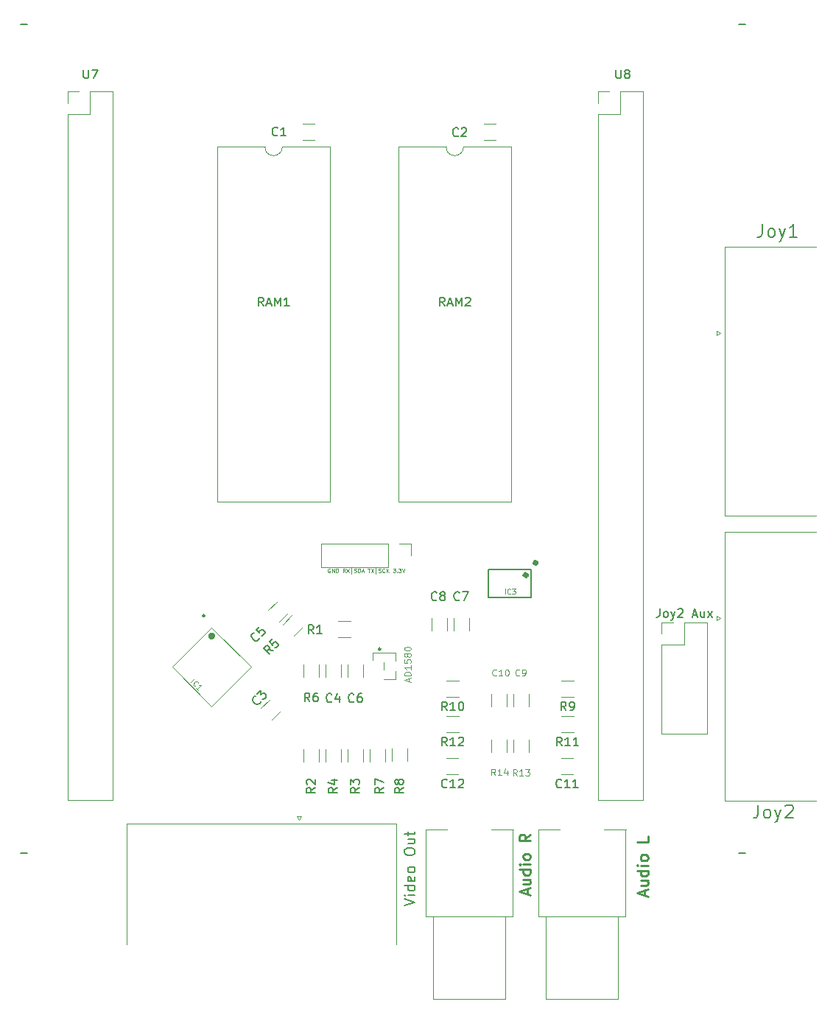
<source format=gbr>
%TF.GenerationSoftware,KiCad,Pcbnew,(5.1.8)-1*%
%TF.CreationDate,2020-12-08T05:09:12+02:00*%
%TF.ProjectId,fpga_hat,66706761-5f68-4617-942e-6b696361645f,rev?*%
%TF.SameCoordinates,Original*%
%TF.FileFunction,Legend,Top*%
%TF.FilePolarity,Positive*%
%FSLAX46Y46*%
G04 Gerber Fmt 4.6, Leading zero omitted, Abs format (unit mm)*
G04 Created by KiCad (PCBNEW (5.1.8)-1) date 2020-12-08 05:09:12*
%MOMM*%
%LPD*%
G01*
G04 APERTURE LIST*
%ADD10C,0.120000*%
%ADD11C,0.150000*%
%ADD12C,0.500000*%
%ADD13C,0.100000*%
%ADD14C,0.250000*%
%ADD15C,0.400000*%
%ADD16C,0.200000*%
%ADD17C,0.112500*%
%ADD18C,0.254000*%
%ADD19C,0.125000*%
G04 APERTURE END LIST*
D10*
%TO.C,Joy2*%
X160882000Y-129737000D02*
X150402000Y-129737000D01*
X150402000Y-129737000D02*
X150402000Y-98767000D01*
X150402000Y-98767000D02*
X160882000Y-98767000D01*
X149507662Y-108962000D02*
X149507662Y-108462000D01*
X149507662Y-108462000D02*
X149940675Y-108712000D01*
X149940675Y-108712000D02*
X149507662Y-108962000D01*
%TO.C,Joy2 Aux*%
X143170000Y-109170000D02*
X144500000Y-109170000D01*
X143170000Y-110500000D02*
X143170000Y-109170000D01*
X145770000Y-109170000D02*
X148370000Y-109170000D01*
X145770000Y-111770000D02*
X145770000Y-109170000D01*
X143170000Y-111770000D02*
X145770000Y-111770000D01*
X148370000Y-109170000D02*
X148370000Y-121990000D01*
X143170000Y-111770000D02*
X143170000Y-121990000D01*
X143170000Y-121990000D02*
X148370000Y-121990000D01*
%TO.C,Video Out*%
X101500000Y-131898675D02*
X101250000Y-131465662D01*
X101750000Y-131465662D02*
X101500000Y-131898675D01*
X101250000Y-131465662D02*
X101750000Y-131465662D01*
X112670000Y-132360000D02*
X112670000Y-146250000D01*
X81700000Y-132360000D02*
X112670000Y-132360000D01*
X81700000Y-146250000D02*
X81700000Y-132360000D01*
%TO.C,U8*%
X135830000Y-129600000D02*
X141030000Y-129600000D01*
X135830000Y-50800000D02*
X135830000Y-129600000D01*
X141030000Y-48200000D02*
X141030000Y-129600000D01*
X135830000Y-50800000D02*
X138430000Y-50800000D01*
X138430000Y-50800000D02*
X138430000Y-48200000D01*
X138430000Y-48200000D02*
X141030000Y-48200000D01*
X135830000Y-49530000D02*
X135830000Y-48200000D01*
X135830000Y-48200000D02*
X137160000Y-48200000D01*
%TO.C,GND RX|SDA TX|SCK 3.3V*%
X104050000Y-100170000D02*
X104050000Y-102830000D01*
X111730000Y-100170000D02*
X104050000Y-100170000D01*
X111730000Y-102830000D02*
X104050000Y-102830000D01*
X111730000Y-100170000D02*
X111730000Y-102830000D01*
X113000000Y-100170000D02*
X114330000Y-100170000D01*
X114330000Y-100170000D02*
X114330000Y-101500000D01*
%TO.C,Joy1*%
X160882000Y-96971000D02*
X150402000Y-96971000D01*
X150402000Y-96971000D02*
X150402000Y-66001000D01*
X150402000Y-66001000D02*
X160882000Y-66001000D01*
X149507662Y-76196000D02*
X149507662Y-75696000D01*
X149507662Y-75696000D02*
X149940675Y-75946000D01*
X149940675Y-75946000D02*
X149507662Y-76196000D01*
D11*
%TO.C,IC3*%
X123280000Y-103142000D02*
X128180000Y-103142000D01*
X123280000Y-106342000D02*
X123280000Y-103142000D01*
X128180000Y-106342000D02*
X123280000Y-106342000D01*
X128180000Y-103142000D02*
X128180000Y-106342000D01*
D12*
X128796421Y-102351000D02*
G75*
G03*
X128796421Y-102351000I-141421J0D01*
G01*
X127676421Y-103764000D02*
G75*
G03*
X127676421Y-103764000I-141421J0D01*
G01*
D13*
%TO.C,Audio R*%
X116850000Y-143000000D02*
X116000000Y-143000000D01*
X116850000Y-143000000D02*
X116850000Y-143000000D01*
X116000000Y-143000000D02*
X116850000Y-143000000D01*
X116000000Y-143000000D02*
X116000000Y-143000000D01*
X116000000Y-133000000D02*
X118460000Y-133000000D01*
X116000000Y-133000000D02*
X116000000Y-133000000D01*
X118460000Y-133000000D02*
X116000000Y-133000000D01*
X118460000Y-133000000D02*
X118460000Y-133000000D01*
X123540000Y-133000000D02*
X126080000Y-133000000D01*
X123540000Y-133000000D02*
X123540000Y-133000000D01*
X126080000Y-133000000D02*
X123540000Y-133000000D01*
X126080000Y-133000000D02*
X126080000Y-133000000D01*
X126000000Y-143000000D02*
X125150000Y-143000000D01*
X126000000Y-143000000D02*
X126000000Y-143000000D01*
X125150000Y-143000000D02*
X126000000Y-143000000D01*
X125150000Y-143000000D02*
X125150000Y-143000000D01*
X116000000Y-133000000D02*
X116000000Y-133000000D01*
X116000000Y-143000000D02*
X116000000Y-133000000D01*
X116000000Y-143000000D02*
X116000000Y-143000000D01*
X116000000Y-133000000D02*
X116000000Y-143000000D01*
X126000000Y-143000000D02*
X126000000Y-143000000D01*
X126000000Y-133000000D02*
X126000000Y-143000000D01*
X126000000Y-133000000D02*
X126000000Y-133000000D01*
X126000000Y-143000000D02*
X126000000Y-133000000D01*
X125150000Y-152500000D02*
X116850000Y-152500000D01*
X125150000Y-143000000D02*
X125150000Y-152500000D01*
X116850000Y-143000000D02*
X125150000Y-143000000D01*
X116850000Y-152500000D02*
X116850000Y-143000000D01*
%TO.C,Audio L*%
X129850000Y-143000000D02*
X129000000Y-143000000D01*
X129850000Y-143000000D02*
X129850000Y-143000000D01*
X129000000Y-143000000D02*
X129850000Y-143000000D01*
X129000000Y-143000000D02*
X129000000Y-143000000D01*
X129000000Y-133000000D02*
X131460000Y-133000000D01*
X129000000Y-133000000D02*
X129000000Y-133000000D01*
X131460000Y-133000000D02*
X129000000Y-133000000D01*
X131460000Y-133000000D02*
X131460000Y-133000000D01*
X136540000Y-133000000D02*
X139080000Y-133000000D01*
X136540000Y-133000000D02*
X136540000Y-133000000D01*
X139080000Y-133000000D02*
X136540000Y-133000000D01*
X139080000Y-133000000D02*
X139080000Y-133000000D01*
X139000000Y-143000000D02*
X138150000Y-143000000D01*
X139000000Y-143000000D02*
X139000000Y-143000000D01*
X138150000Y-143000000D02*
X139000000Y-143000000D01*
X138150000Y-143000000D02*
X138150000Y-143000000D01*
X129000000Y-133000000D02*
X129000000Y-133000000D01*
X129000000Y-143000000D02*
X129000000Y-133000000D01*
X129000000Y-143000000D02*
X129000000Y-143000000D01*
X129000000Y-133000000D02*
X129000000Y-143000000D01*
X139000000Y-143000000D02*
X139000000Y-143000000D01*
X139000000Y-133000000D02*
X139000000Y-143000000D01*
X139000000Y-133000000D02*
X139000000Y-133000000D01*
X139000000Y-143000000D02*
X139000000Y-133000000D01*
X138150000Y-152500000D02*
X129850000Y-152500000D01*
X138150000Y-143000000D02*
X138150000Y-152500000D01*
X129850000Y-143000000D02*
X138150000Y-143000000D01*
X129850000Y-152500000D02*
X129850000Y-143000000D01*
D10*
%TO.C,R14*%
X123550000Y-122690936D02*
X123550000Y-124145064D01*
X125370000Y-122690936D02*
X125370000Y-124145064D01*
%TO.C,R13*%
X126090000Y-122690936D02*
X126090000Y-124145064D01*
X127910000Y-122690936D02*
X127910000Y-124145064D01*
%TO.C,R12*%
X119827064Y-119994000D02*
X118372936Y-119994000D01*
X119827064Y-121814000D02*
X118372936Y-121814000D01*
%TO.C,R11*%
X133035064Y-119994000D02*
X131580936Y-119994000D01*
X133035064Y-121814000D02*
X131580936Y-121814000D01*
%TO.C,R10*%
X119853064Y-115930000D02*
X118398936Y-115930000D01*
X119853064Y-117750000D02*
X118398936Y-117750000D01*
%TO.C,R9*%
X133061064Y-115930000D02*
X131606936Y-115930000D01*
X133061064Y-117750000D02*
X131606936Y-117750000D01*
%TO.C,C12*%
X118376248Y-126640000D02*
X119798752Y-126640000D01*
X118376248Y-124820000D02*
X119798752Y-124820000D01*
%TO.C,C11*%
X131584248Y-126640000D02*
X133006752Y-126640000D01*
X131584248Y-124820000D02*
X133006752Y-124820000D01*
%TO.C,C10*%
X123550000Y-117398748D02*
X123550000Y-118821252D01*
X125370000Y-117398748D02*
X125370000Y-118821252D01*
%TO.C,C9*%
X126090000Y-117437248D02*
X126090000Y-118859752D01*
X127910000Y-117437248D02*
X127910000Y-118859752D01*
%TO.C,C8*%
X116692000Y-108724248D02*
X116692000Y-110146752D01*
X118512000Y-108724248D02*
X118512000Y-110146752D01*
%TO.C,C7*%
X119232000Y-108724248D02*
X119232000Y-110146752D01*
X121052000Y-108724248D02*
X121052000Y-110146752D01*
%TO.C,U7*%
X74870000Y-129600000D02*
X80070000Y-129600000D01*
X74870000Y-50800000D02*
X74870000Y-129600000D01*
X80070000Y-48200000D02*
X80070000Y-129600000D01*
X74870000Y-50800000D02*
X77470000Y-50800000D01*
X77470000Y-50800000D02*
X77470000Y-48200000D01*
X77470000Y-48200000D02*
X80070000Y-48200000D01*
X74870000Y-49530000D02*
X74870000Y-48200000D01*
X74870000Y-48200000D02*
X76200000Y-48200000D01*
%TO.C,C6*%
X108860000Y-115493252D02*
X108860000Y-114070748D01*
X107040000Y-115493252D02*
X107040000Y-114070748D01*
%TO.C,C5*%
X98919464Y-106803602D02*
X97913602Y-107809464D01*
X100206398Y-108090536D02*
X99200536Y-109096398D01*
%TO.C,C4*%
X104500000Y-114070748D02*
X104500000Y-115493252D01*
X106320000Y-114070748D02*
X106320000Y-115493252D01*
%TO.C,C3*%
X98358520Y-120352414D02*
X99364382Y-119346552D01*
X97071586Y-119065480D02*
X98077448Y-118059618D01*
%TO.C,C2*%
X122694248Y-53742000D02*
X124116752Y-53742000D01*
X122694248Y-51922000D02*
X124116752Y-51922000D01*
%TO.C,C1*%
X101866248Y-53742000D02*
X103288752Y-53742000D01*
X101866248Y-51922000D02*
X103288752Y-51922000D01*
%TO.C,R8*%
X112120000Y-123706936D02*
X112120000Y-125161064D01*
X113940000Y-123706936D02*
X113940000Y-125161064D01*
%TO.C,R7*%
X109580000Y-123758936D02*
X109580000Y-125213064D01*
X111400000Y-123758936D02*
X111400000Y-125213064D01*
%TO.C,AD1580*%
X111190000Y-112680000D02*
X112610000Y-112680000D01*
X112610000Y-112680000D02*
X112610000Y-113640000D01*
X112610000Y-114760000D02*
X112610000Y-115720000D01*
X112610000Y-115720000D02*
X111190000Y-115720000D01*
X111190000Y-113810000D02*
X111190000Y-114590000D01*
D14*
X110875000Y-112260000D02*
G75*
G03*
X110875000Y-112260000I-125000J0D01*
G01*
D10*
X111190000Y-112690000D02*
X109940000Y-112690000D01*
X109940000Y-112690000D02*
X109940000Y-113550000D01*
%TO.C,R6*%
X101960000Y-114054936D02*
X101960000Y-115509064D01*
X103780000Y-114054936D02*
X103780000Y-115509064D01*
%TO.C,R5*%
X100887339Y-110711595D02*
X101915563Y-109683371D01*
X99600405Y-109424661D02*
X100628629Y-108396437D01*
%TO.C,R4*%
X106320000Y-125187064D02*
X106320000Y-123732936D01*
X104500000Y-125187064D02*
X104500000Y-123732936D01*
%TO.C,R3*%
X108860000Y-125187064D02*
X108860000Y-123732936D01*
X107040000Y-125187064D02*
X107040000Y-123732936D01*
%TO.C,R2*%
X101960000Y-123732936D02*
X101960000Y-125187064D01*
X103780000Y-123732936D02*
X103780000Y-125187064D01*
%TO.C,R1*%
X107381064Y-109072000D02*
X105926936Y-109072000D01*
X107381064Y-110892000D02*
X105926936Y-110892000D01*
D13*
%TO.C,IC1*%
X86914517Y-114300000D02*
X91440000Y-109774517D01*
X91440000Y-118825483D02*
X86914517Y-114300000D01*
X95965483Y-114300000D02*
X91440000Y-118825483D01*
X91440000Y-109774517D02*
X95965483Y-114300000D01*
D15*
X91639999Y-110764466D02*
G75*
G03*
X91639999Y-110764466I-199999J0D01*
G01*
D14*
X90620761Y-108431014D02*
G75*
G03*
X90620761Y-108431014I-100000J0D01*
G01*
D10*
%TO.C,RAM2*%
X118380000Y-54550000D02*
X112920000Y-54550000D01*
X112920000Y-54550000D02*
X112920000Y-95310000D01*
X112920000Y-95310000D02*
X125840000Y-95310000D01*
X125840000Y-95310000D02*
X125840000Y-54550000D01*
X125840000Y-54550000D02*
X120380000Y-54550000D01*
X120380000Y-54550000D02*
G75*
G02*
X118380000Y-54550000I-1000000J0D01*
G01*
%TO.C,RAM1*%
X97552000Y-54550000D02*
X92092000Y-54550000D01*
X92092000Y-54550000D02*
X92092000Y-95310000D01*
X92092000Y-95310000D02*
X105012000Y-95310000D01*
X105012000Y-95310000D02*
X105012000Y-54550000D01*
X105012000Y-54550000D02*
X99552000Y-54550000D01*
X99552000Y-54550000D02*
G75*
G02*
X97552000Y-54550000I-1000000J0D01*
G01*
%TD*%
%TO.C,Joy2*%
D11*
X154250000Y-130178571D02*
X154250000Y-131250000D01*
X154178571Y-131464285D01*
X154035714Y-131607142D01*
X153821428Y-131678571D01*
X153678571Y-131678571D01*
X155178571Y-131678571D02*
X155035714Y-131607142D01*
X154964285Y-131535714D01*
X154892857Y-131392857D01*
X154892857Y-130964285D01*
X154964285Y-130821428D01*
X155035714Y-130750000D01*
X155178571Y-130678571D01*
X155392857Y-130678571D01*
X155535714Y-130750000D01*
X155607142Y-130821428D01*
X155678571Y-130964285D01*
X155678571Y-131392857D01*
X155607142Y-131535714D01*
X155535714Y-131607142D01*
X155392857Y-131678571D01*
X155178571Y-131678571D01*
X156178571Y-130678571D02*
X156535714Y-131678571D01*
X156892857Y-130678571D02*
X156535714Y-131678571D01*
X156392857Y-132035714D01*
X156321428Y-132107142D01*
X156178571Y-132178571D01*
X157392857Y-130321428D02*
X157464285Y-130250000D01*
X157607142Y-130178571D01*
X157964285Y-130178571D01*
X158107142Y-130250000D01*
X158178571Y-130321428D01*
X158250000Y-130464285D01*
X158250000Y-130607142D01*
X158178571Y-130821428D01*
X157321428Y-131678571D01*
X158250000Y-131678571D01*
%TO.C,Joy2 Aux*%
X142936666Y-107622380D02*
X142936666Y-108336666D01*
X142889047Y-108479523D01*
X142793809Y-108574761D01*
X142650952Y-108622380D01*
X142555714Y-108622380D01*
X143555714Y-108622380D02*
X143460476Y-108574761D01*
X143412857Y-108527142D01*
X143365238Y-108431904D01*
X143365238Y-108146190D01*
X143412857Y-108050952D01*
X143460476Y-108003333D01*
X143555714Y-107955714D01*
X143698571Y-107955714D01*
X143793809Y-108003333D01*
X143841428Y-108050952D01*
X143889047Y-108146190D01*
X143889047Y-108431904D01*
X143841428Y-108527142D01*
X143793809Y-108574761D01*
X143698571Y-108622380D01*
X143555714Y-108622380D01*
X144222380Y-107955714D02*
X144460476Y-108622380D01*
X144698571Y-107955714D02*
X144460476Y-108622380D01*
X144365238Y-108860476D01*
X144317619Y-108908095D01*
X144222380Y-108955714D01*
X145031904Y-107717619D02*
X145079523Y-107670000D01*
X145174761Y-107622380D01*
X145412857Y-107622380D01*
X145508095Y-107670000D01*
X145555714Y-107717619D01*
X145603333Y-107812857D01*
X145603333Y-107908095D01*
X145555714Y-108050952D01*
X144984285Y-108622380D01*
X145603333Y-108622380D01*
X146746190Y-108336666D02*
X147222380Y-108336666D01*
X146650952Y-108622380D02*
X146984285Y-107622380D01*
X147317619Y-108622380D01*
X148079523Y-107955714D02*
X148079523Y-108622380D01*
X147650952Y-107955714D02*
X147650952Y-108479523D01*
X147698571Y-108574761D01*
X147793809Y-108622380D01*
X147936666Y-108622380D01*
X148031904Y-108574761D01*
X148079523Y-108527142D01*
X148460476Y-108622380D02*
X148984285Y-107955714D01*
X148460476Y-107955714D02*
X148984285Y-108622380D01*
%TO.C,Video Out*%
D16*
X113592857Y-141757142D02*
X114792857Y-141357142D01*
X113592857Y-140957142D01*
X114792857Y-140557142D02*
X113992857Y-140557142D01*
X113592857Y-140557142D02*
X113650000Y-140614285D01*
X113707142Y-140557142D01*
X113650000Y-140500000D01*
X113592857Y-140557142D01*
X113707142Y-140557142D01*
X114792857Y-139471428D02*
X113592857Y-139471428D01*
X114735714Y-139471428D02*
X114792857Y-139585714D01*
X114792857Y-139814285D01*
X114735714Y-139928571D01*
X114678571Y-139985714D01*
X114564285Y-140042857D01*
X114221428Y-140042857D01*
X114107142Y-139985714D01*
X114050000Y-139928571D01*
X113992857Y-139814285D01*
X113992857Y-139585714D01*
X114050000Y-139471428D01*
X114735714Y-138442857D02*
X114792857Y-138557142D01*
X114792857Y-138785714D01*
X114735714Y-138900000D01*
X114621428Y-138957142D01*
X114164285Y-138957142D01*
X114050000Y-138900000D01*
X113992857Y-138785714D01*
X113992857Y-138557142D01*
X114050000Y-138442857D01*
X114164285Y-138385714D01*
X114278571Y-138385714D01*
X114392857Y-138957142D01*
X114792857Y-137700000D02*
X114735714Y-137814285D01*
X114678571Y-137871428D01*
X114564285Y-137928571D01*
X114221428Y-137928571D01*
X114107142Y-137871428D01*
X114050000Y-137814285D01*
X113992857Y-137700000D01*
X113992857Y-137528571D01*
X114050000Y-137414285D01*
X114107142Y-137357142D01*
X114221428Y-137300000D01*
X114564285Y-137300000D01*
X114678571Y-137357142D01*
X114735714Y-137414285D01*
X114792857Y-137528571D01*
X114792857Y-137700000D01*
X113592857Y-135642857D02*
X113592857Y-135414285D01*
X113650000Y-135300000D01*
X113764285Y-135185714D01*
X113992857Y-135128571D01*
X114392857Y-135128571D01*
X114621428Y-135185714D01*
X114735714Y-135300000D01*
X114792857Y-135414285D01*
X114792857Y-135642857D01*
X114735714Y-135757142D01*
X114621428Y-135871428D01*
X114392857Y-135928571D01*
X113992857Y-135928571D01*
X113764285Y-135871428D01*
X113650000Y-135757142D01*
X113592857Y-135642857D01*
X113992857Y-134100000D02*
X114792857Y-134100000D01*
X113992857Y-134614285D02*
X114621428Y-134614285D01*
X114735714Y-134557142D01*
X114792857Y-134442857D01*
X114792857Y-134271428D01*
X114735714Y-134157142D01*
X114678571Y-134100000D01*
X113992857Y-133700000D02*
X113992857Y-133242857D01*
X113592857Y-133528571D02*
X114621428Y-133528571D01*
X114735714Y-133471428D01*
X114792857Y-133357142D01*
X114792857Y-133242857D01*
%TO.C,_*%
D11*
X152019047Y-135747619D02*
X152780952Y-135747619D01*
X69469047Y-135747619D02*
X70230952Y-135747619D01*
X69469047Y-40497619D02*
X70230952Y-40497619D01*
X152019047Y-40497619D02*
X152780952Y-40497619D01*
%TO.C,U8*%
X137922095Y-45680380D02*
X137922095Y-46489904D01*
X137969714Y-46585142D01*
X138017333Y-46632761D01*
X138112571Y-46680380D01*
X138303047Y-46680380D01*
X138398285Y-46632761D01*
X138445904Y-46585142D01*
X138493523Y-46489904D01*
X138493523Y-45680380D01*
X139112571Y-46108952D02*
X139017333Y-46061333D01*
X138969714Y-46013714D01*
X138922095Y-45918476D01*
X138922095Y-45870857D01*
X138969714Y-45775619D01*
X139017333Y-45728000D01*
X139112571Y-45680380D01*
X139303047Y-45680380D01*
X139398285Y-45728000D01*
X139445904Y-45775619D01*
X139493523Y-45870857D01*
X139493523Y-45918476D01*
X139445904Y-46013714D01*
X139398285Y-46061333D01*
X139303047Y-46108952D01*
X139112571Y-46108952D01*
X139017333Y-46156571D01*
X138969714Y-46204190D01*
X138922095Y-46299428D01*
X138922095Y-46489904D01*
X138969714Y-46585142D01*
X139017333Y-46632761D01*
X139112571Y-46680380D01*
X139303047Y-46680380D01*
X139398285Y-46632761D01*
X139445904Y-46585142D01*
X139493523Y-46489904D01*
X139493523Y-46299428D01*
X139445904Y-46204190D01*
X139398285Y-46156571D01*
X139303047Y-46108952D01*
%TO.C,GND RX|SDA TX|SCK 3.3V*%
D17*
X105054285Y-103025000D02*
X105011428Y-103003571D01*
X104947142Y-103003571D01*
X104882857Y-103025000D01*
X104840000Y-103067857D01*
X104818571Y-103110714D01*
X104797142Y-103196428D01*
X104797142Y-103260714D01*
X104818571Y-103346428D01*
X104840000Y-103389285D01*
X104882857Y-103432142D01*
X104947142Y-103453571D01*
X104990000Y-103453571D01*
X105054285Y-103432142D01*
X105075714Y-103410714D01*
X105075714Y-103260714D01*
X104990000Y-103260714D01*
X105268571Y-103453571D02*
X105268571Y-103003571D01*
X105525714Y-103453571D01*
X105525714Y-103003571D01*
X105740000Y-103453571D02*
X105740000Y-103003571D01*
X105847142Y-103003571D01*
X105911428Y-103025000D01*
X105954285Y-103067857D01*
X105975714Y-103110714D01*
X105997142Y-103196428D01*
X105997142Y-103260714D01*
X105975714Y-103346428D01*
X105954285Y-103389285D01*
X105911428Y-103432142D01*
X105847142Y-103453571D01*
X105740000Y-103453571D01*
X106790000Y-103453571D02*
X106640000Y-103239285D01*
X106532857Y-103453571D02*
X106532857Y-103003571D01*
X106704285Y-103003571D01*
X106747142Y-103025000D01*
X106768571Y-103046428D01*
X106790000Y-103089285D01*
X106790000Y-103153571D01*
X106768571Y-103196428D01*
X106747142Y-103217857D01*
X106704285Y-103239285D01*
X106532857Y-103239285D01*
X106940000Y-103003571D02*
X107240000Y-103453571D01*
X107240000Y-103003571D02*
X106940000Y-103453571D01*
X107518571Y-103603571D02*
X107518571Y-102960714D01*
X107818571Y-103432142D02*
X107882857Y-103453571D01*
X107990000Y-103453571D01*
X108032857Y-103432142D01*
X108054285Y-103410714D01*
X108075714Y-103367857D01*
X108075714Y-103325000D01*
X108054285Y-103282142D01*
X108032857Y-103260714D01*
X107990000Y-103239285D01*
X107904285Y-103217857D01*
X107861428Y-103196428D01*
X107840000Y-103175000D01*
X107818571Y-103132142D01*
X107818571Y-103089285D01*
X107840000Y-103046428D01*
X107861428Y-103025000D01*
X107904285Y-103003571D01*
X108011428Y-103003571D01*
X108075714Y-103025000D01*
X108268571Y-103453571D02*
X108268571Y-103003571D01*
X108375714Y-103003571D01*
X108440000Y-103025000D01*
X108482857Y-103067857D01*
X108504285Y-103110714D01*
X108525714Y-103196428D01*
X108525714Y-103260714D01*
X108504285Y-103346428D01*
X108482857Y-103389285D01*
X108440000Y-103432142D01*
X108375714Y-103453571D01*
X108268571Y-103453571D01*
X108697142Y-103325000D02*
X108911428Y-103325000D01*
X108654285Y-103453571D02*
X108804285Y-103003571D01*
X108954285Y-103453571D01*
X109382857Y-103003571D02*
X109640000Y-103003571D01*
X109511428Y-103453571D02*
X109511428Y-103003571D01*
X109747142Y-103003571D02*
X110047142Y-103453571D01*
X110047142Y-103003571D02*
X109747142Y-103453571D01*
X110325714Y-103603571D02*
X110325714Y-102960714D01*
X110625714Y-103432142D02*
X110690000Y-103453571D01*
X110797142Y-103453571D01*
X110840000Y-103432142D01*
X110861428Y-103410714D01*
X110882857Y-103367857D01*
X110882857Y-103325000D01*
X110861428Y-103282142D01*
X110840000Y-103260714D01*
X110797142Y-103239285D01*
X110711428Y-103217857D01*
X110668571Y-103196428D01*
X110647142Y-103175000D01*
X110625714Y-103132142D01*
X110625714Y-103089285D01*
X110647142Y-103046428D01*
X110668571Y-103025000D01*
X110711428Y-103003571D01*
X110818571Y-103003571D01*
X110882857Y-103025000D01*
X111332857Y-103410714D02*
X111311428Y-103432142D01*
X111247142Y-103453571D01*
X111204285Y-103453571D01*
X111140000Y-103432142D01*
X111097142Y-103389285D01*
X111075714Y-103346428D01*
X111054285Y-103260714D01*
X111054285Y-103196428D01*
X111075714Y-103110714D01*
X111097142Y-103067857D01*
X111140000Y-103025000D01*
X111204285Y-103003571D01*
X111247142Y-103003571D01*
X111311428Y-103025000D01*
X111332857Y-103046428D01*
X111525714Y-103453571D02*
X111525714Y-103003571D01*
X111782857Y-103453571D02*
X111590000Y-103196428D01*
X111782857Y-103003571D02*
X111525714Y-103260714D01*
X112275714Y-103003571D02*
X112554285Y-103003571D01*
X112404285Y-103175000D01*
X112468571Y-103175000D01*
X112511428Y-103196428D01*
X112532857Y-103217857D01*
X112554285Y-103260714D01*
X112554285Y-103367857D01*
X112532857Y-103410714D01*
X112511428Y-103432142D01*
X112468571Y-103453571D01*
X112340000Y-103453571D01*
X112297142Y-103432142D01*
X112275714Y-103410714D01*
X112747142Y-103410714D02*
X112768571Y-103432142D01*
X112747142Y-103453571D01*
X112725714Y-103432142D01*
X112747142Y-103410714D01*
X112747142Y-103453571D01*
X112918571Y-103003571D02*
X113197142Y-103003571D01*
X113047142Y-103175000D01*
X113111428Y-103175000D01*
X113154285Y-103196428D01*
X113175714Y-103217857D01*
X113197142Y-103260714D01*
X113197142Y-103367857D01*
X113175714Y-103410714D01*
X113154285Y-103432142D01*
X113111428Y-103453571D01*
X112982857Y-103453571D01*
X112940000Y-103432142D01*
X112918571Y-103410714D01*
X113325714Y-103003571D02*
X113475714Y-103453571D01*
X113625714Y-103003571D01*
%TO.C,Joy1*%
D11*
X154750000Y-63428571D02*
X154750000Y-64500000D01*
X154678571Y-64714285D01*
X154535714Y-64857142D01*
X154321428Y-64928571D01*
X154178571Y-64928571D01*
X155678571Y-64928571D02*
X155535714Y-64857142D01*
X155464285Y-64785714D01*
X155392857Y-64642857D01*
X155392857Y-64214285D01*
X155464285Y-64071428D01*
X155535714Y-64000000D01*
X155678571Y-63928571D01*
X155892857Y-63928571D01*
X156035714Y-64000000D01*
X156107142Y-64071428D01*
X156178571Y-64214285D01*
X156178571Y-64642857D01*
X156107142Y-64785714D01*
X156035714Y-64857142D01*
X155892857Y-64928571D01*
X155678571Y-64928571D01*
X156678571Y-63928571D02*
X157035714Y-64928571D01*
X157392857Y-63928571D02*
X157035714Y-64928571D01*
X156892857Y-65285714D01*
X156821428Y-65357142D01*
X156678571Y-65428571D01*
X158750000Y-64928571D02*
X157892857Y-64928571D01*
X158321428Y-64928571D02*
X158321428Y-63428571D01*
X158178571Y-63642857D01*
X158035714Y-63785714D01*
X157892857Y-63857142D01*
%TO.C,IC3*%
D13*
X125144285Y-105935428D02*
X125144285Y-105335428D01*
X125772857Y-105878285D02*
X125744285Y-105906857D01*
X125658571Y-105935428D01*
X125601428Y-105935428D01*
X125515714Y-105906857D01*
X125458571Y-105849714D01*
X125430000Y-105792571D01*
X125401428Y-105678285D01*
X125401428Y-105592571D01*
X125430000Y-105478285D01*
X125458571Y-105421142D01*
X125515714Y-105364000D01*
X125601428Y-105335428D01*
X125658571Y-105335428D01*
X125744285Y-105364000D01*
X125772857Y-105392571D01*
X125972857Y-105335428D02*
X126344285Y-105335428D01*
X126144285Y-105564000D01*
X126230000Y-105564000D01*
X126287142Y-105592571D01*
X126315714Y-105621142D01*
X126344285Y-105678285D01*
X126344285Y-105821142D01*
X126315714Y-105878285D01*
X126287142Y-105906857D01*
X126230000Y-105935428D01*
X126058571Y-105935428D01*
X126001428Y-105906857D01*
X125972857Y-105878285D01*
%TO.C,Audio R*%
D18*
X127711666Y-140447142D02*
X127711666Y-139842380D01*
X128074523Y-140568095D02*
X126804523Y-140144761D01*
X128074523Y-139721428D01*
X127227857Y-138753809D02*
X128074523Y-138753809D01*
X127227857Y-139298095D02*
X127893095Y-139298095D01*
X128014047Y-139237619D01*
X128074523Y-139116666D01*
X128074523Y-138935238D01*
X128014047Y-138814285D01*
X127953571Y-138753809D01*
X128074523Y-137604761D02*
X126804523Y-137604761D01*
X128014047Y-137604761D02*
X128074523Y-137725714D01*
X128074523Y-137967619D01*
X128014047Y-138088571D01*
X127953571Y-138149047D01*
X127832619Y-138209523D01*
X127469761Y-138209523D01*
X127348809Y-138149047D01*
X127288333Y-138088571D01*
X127227857Y-137967619D01*
X127227857Y-137725714D01*
X127288333Y-137604761D01*
X128074523Y-137000000D02*
X127227857Y-137000000D01*
X126804523Y-137000000D02*
X126865000Y-137060476D01*
X126925476Y-137000000D01*
X126865000Y-136939523D01*
X126804523Y-137000000D01*
X126925476Y-137000000D01*
X128074523Y-136213809D02*
X128014047Y-136334761D01*
X127953571Y-136395238D01*
X127832619Y-136455714D01*
X127469761Y-136455714D01*
X127348809Y-136395238D01*
X127288333Y-136334761D01*
X127227857Y-136213809D01*
X127227857Y-136032380D01*
X127288333Y-135911428D01*
X127348809Y-135850952D01*
X127469761Y-135790476D01*
X127832619Y-135790476D01*
X127953571Y-135850952D01*
X128014047Y-135911428D01*
X128074523Y-136032380D01*
X128074523Y-136213809D01*
X128074523Y-133552857D02*
X127469761Y-133976190D01*
X128074523Y-134278571D02*
X126804523Y-134278571D01*
X126804523Y-133794761D01*
X126865000Y-133673809D01*
X126925476Y-133613333D01*
X127046428Y-133552857D01*
X127227857Y-133552857D01*
X127348809Y-133613333D01*
X127409285Y-133673809D01*
X127469761Y-133794761D01*
X127469761Y-134278571D01*
%TO.C,Audio L*%
X141211666Y-140576190D02*
X141211666Y-139971428D01*
X141574523Y-140697142D02*
X140304523Y-140273809D01*
X141574523Y-139850476D01*
X140727857Y-138882857D02*
X141574523Y-138882857D01*
X140727857Y-139427142D02*
X141393095Y-139427142D01*
X141514047Y-139366666D01*
X141574523Y-139245714D01*
X141574523Y-139064285D01*
X141514047Y-138943333D01*
X141453571Y-138882857D01*
X141574523Y-137733809D02*
X140304523Y-137733809D01*
X141514047Y-137733809D02*
X141574523Y-137854761D01*
X141574523Y-138096666D01*
X141514047Y-138217619D01*
X141453571Y-138278095D01*
X141332619Y-138338571D01*
X140969761Y-138338571D01*
X140848809Y-138278095D01*
X140788333Y-138217619D01*
X140727857Y-138096666D01*
X140727857Y-137854761D01*
X140788333Y-137733809D01*
X141574523Y-137129047D02*
X140727857Y-137129047D01*
X140304523Y-137129047D02*
X140365000Y-137189523D01*
X140425476Y-137129047D01*
X140365000Y-137068571D01*
X140304523Y-137129047D01*
X140425476Y-137129047D01*
X141574523Y-136342857D02*
X141514047Y-136463809D01*
X141453571Y-136524285D01*
X141332619Y-136584761D01*
X140969761Y-136584761D01*
X140848809Y-136524285D01*
X140788333Y-136463809D01*
X140727857Y-136342857D01*
X140727857Y-136161428D01*
X140788333Y-136040476D01*
X140848809Y-135980000D01*
X140969761Y-135919523D01*
X141332619Y-135919523D01*
X141453571Y-135980000D01*
X141514047Y-136040476D01*
X141574523Y-136161428D01*
X141574523Y-136342857D01*
X141574523Y-133802857D02*
X141574523Y-134407619D01*
X140304523Y-134407619D01*
%TO.C,R14*%
D19*
X124041357Y-126767785D02*
X123791357Y-126410642D01*
X123612785Y-126767785D02*
X123612785Y-126017785D01*
X123898500Y-126017785D01*
X123969928Y-126053500D01*
X124005642Y-126089214D01*
X124041357Y-126160642D01*
X124041357Y-126267785D01*
X124005642Y-126339214D01*
X123969928Y-126374928D01*
X123898500Y-126410642D01*
X123612785Y-126410642D01*
X124755642Y-126767785D02*
X124327071Y-126767785D01*
X124541357Y-126767785D02*
X124541357Y-126017785D01*
X124469928Y-126124928D01*
X124398500Y-126196357D01*
X124327071Y-126232071D01*
X125398500Y-126267785D02*
X125398500Y-126767785D01*
X125219928Y-125982071D02*
X125041357Y-126517785D01*
X125505642Y-126517785D01*
%TO.C,R13*%
X126517857Y-126831285D02*
X126267857Y-126474142D01*
X126089285Y-126831285D02*
X126089285Y-126081285D01*
X126375000Y-126081285D01*
X126446428Y-126117000D01*
X126482142Y-126152714D01*
X126517857Y-126224142D01*
X126517857Y-126331285D01*
X126482142Y-126402714D01*
X126446428Y-126438428D01*
X126375000Y-126474142D01*
X126089285Y-126474142D01*
X127232142Y-126831285D02*
X126803571Y-126831285D01*
X127017857Y-126831285D02*
X127017857Y-126081285D01*
X126946428Y-126188428D01*
X126875000Y-126259857D01*
X126803571Y-126295571D01*
X127482142Y-126081285D02*
X127946428Y-126081285D01*
X127696428Y-126367000D01*
X127803571Y-126367000D01*
X127875000Y-126402714D01*
X127910714Y-126438428D01*
X127946428Y-126509857D01*
X127946428Y-126688428D01*
X127910714Y-126759857D01*
X127875000Y-126795571D01*
X127803571Y-126831285D01*
X127589285Y-126831285D01*
X127517857Y-126795571D01*
X127482142Y-126759857D01*
%TO.C,R12*%
D11*
X118483142Y-123388380D02*
X118149809Y-122912190D01*
X117911714Y-123388380D02*
X117911714Y-122388380D01*
X118292666Y-122388380D01*
X118387904Y-122436000D01*
X118435523Y-122483619D01*
X118483142Y-122578857D01*
X118483142Y-122721714D01*
X118435523Y-122816952D01*
X118387904Y-122864571D01*
X118292666Y-122912190D01*
X117911714Y-122912190D01*
X119435523Y-123388380D02*
X118864095Y-123388380D01*
X119149809Y-123388380D02*
X119149809Y-122388380D01*
X119054571Y-122531238D01*
X118959333Y-122626476D01*
X118864095Y-122674095D01*
X119816476Y-122483619D02*
X119864095Y-122436000D01*
X119959333Y-122388380D01*
X120197428Y-122388380D01*
X120292666Y-122436000D01*
X120340285Y-122483619D01*
X120387904Y-122578857D01*
X120387904Y-122674095D01*
X120340285Y-122816952D01*
X119768857Y-123388380D01*
X120387904Y-123388380D01*
%TO.C,R11*%
X131691142Y-123388380D02*
X131357809Y-122912190D01*
X131119714Y-123388380D02*
X131119714Y-122388380D01*
X131500666Y-122388380D01*
X131595904Y-122436000D01*
X131643523Y-122483619D01*
X131691142Y-122578857D01*
X131691142Y-122721714D01*
X131643523Y-122816952D01*
X131595904Y-122864571D01*
X131500666Y-122912190D01*
X131119714Y-122912190D01*
X132643523Y-123388380D02*
X132072095Y-123388380D01*
X132357809Y-123388380D02*
X132357809Y-122388380D01*
X132262571Y-122531238D01*
X132167333Y-122626476D01*
X132072095Y-122674095D01*
X133595904Y-123388380D02*
X133024476Y-123388380D01*
X133310190Y-123388380D02*
X133310190Y-122388380D01*
X133214952Y-122531238D01*
X133119714Y-122626476D01*
X133024476Y-122674095D01*
%TO.C,R10*%
X118483142Y-119324380D02*
X118149809Y-118848190D01*
X117911714Y-119324380D02*
X117911714Y-118324380D01*
X118292666Y-118324380D01*
X118387904Y-118372000D01*
X118435523Y-118419619D01*
X118483142Y-118514857D01*
X118483142Y-118657714D01*
X118435523Y-118752952D01*
X118387904Y-118800571D01*
X118292666Y-118848190D01*
X117911714Y-118848190D01*
X119435523Y-119324380D02*
X118864095Y-119324380D01*
X119149809Y-119324380D02*
X119149809Y-118324380D01*
X119054571Y-118467238D01*
X118959333Y-118562476D01*
X118864095Y-118610095D01*
X120054571Y-118324380D02*
X120149809Y-118324380D01*
X120245047Y-118372000D01*
X120292666Y-118419619D01*
X120340285Y-118514857D01*
X120387904Y-118705333D01*
X120387904Y-118943428D01*
X120340285Y-119133904D01*
X120292666Y-119229142D01*
X120245047Y-119276761D01*
X120149809Y-119324380D01*
X120054571Y-119324380D01*
X119959333Y-119276761D01*
X119911714Y-119229142D01*
X119864095Y-119133904D01*
X119816476Y-118943428D01*
X119816476Y-118705333D01*
X119864095Y-118514857D01*
X119911714Y-118419619D01*
X119959333Y-118372000D01*
X120054571Y-118324380D01*
%TO.C,R9*%
X132167333Y-119324380D02*
X131834000Y-118848190D01*
X131595904Y-119324380D02*
X131595904Y-118324380D01*
X131976857Y-118324380D01*
X132072095Y-118372000D01*
X132119714Y-118419619D01*
X132167333Y-118514857D01*
X132167333Y-118657714D01*
X132119714Y-118752952D01*
X132072095Y-118800571D01*
X131976857Y-118848190D01*
X131595904Y-118848190D01*
X132643523Y-119324380D02*
X132834000Y-119324380D01*
X132929238Y-119276761D01*
X132976857Y-119229142D01*
X133072095Y-119086285D01*
X133119714Y-118895809D01*
X133119714Y-118514857D01*
X133072095Y-118419619D01*
X133024476Y-118372000D01*
X132929238Y-118324380D01*
X132738761Y-118324380D01*
X132643523Y-118372000D01*
X132595904Y-118419619D01*
X132548285Y-118514857D01*
X132548285Y-118752952D01*
X132595904Y-118848190D01*
X132643523Y-118895809D01*
X132738761Y-118943428D01*
X132929238Y-118943428D01*
X133024476Y-118895809D01*
X133072095Y-118848190D01*
X133119714Y-118752952D01*
%TO.C,C12*%
X118483142Y-128119142D02*
X118435523Y-128166761D01*
X118292666Y-128214380D01*
X118197428Y-128214380D01*
X118054571Y-128166761D01*
X117959333Y-128071523D01*
X117911714Y-127976285D01*
X117864095Y-127785809D01*
X117864095Y-127642952D01*
X117911714Y-127452476D01*
X117959333Y-127357238D01*
X118054571Y-127262000D01*
X118197428Y-127214380D01*
X118292666Y-127214380D01*
X118435523Y-127262000D01*
X118483142Y-127309619D01*
X119435523Y-128214380D02*
X118864095Y-128214380D01*
X119149809Y-128214380D02*
X119149809Y-127214380D01*
X119054571Y-127357238D01*
X118959333Y-127452476D01*
X118864095Y-127500095D01*
X119816476Y-127309619D02*
X119864095Y-127262000D01*
X119959333Y-127214380D01*
X120197428Y-127214380D01*
X120292666Y-127262000D01*
X120340285Y-127309619D01*
X120387904Y-127404857D01*
X120387904Y-127500095D01*
X120340285Y-127642952D01*
X119768857Y-128214380D01*
X120387904Y-128214380D01*
%TO.C,C11*%
X131652642Y-128119142D02*
X131605023Y-128166761D01*
X131462166Y-128214380D01*
X131366928Y-128214380D01*
X131224071Y-128166761D01*
X131128833Y-128071523D01*
X131081214Y-127976285D01*
X131033595Y-127785809D01*
X131033595Y-127642952D01*
X131081214Y-127452476D01*
X131128833Y-127357238D01*
X131224071Y-127262000D01*
X131366928Y-127214380D01*
X131462166Y-127214380D01*
X131605023Y-127262000D01*
X131652642Y-127309619D01*
X132605023Y-128214380D02*
X132033595Y-128214380D01*
X132319309Y-128214380D02*
X132319309Y-127214380D01*
X132224071Y-127357238D01*
X132128833Y-127452476D01*
X132033595Y-127500095D01*
X133557404Y-128214380D02*
X132985976Y-128214380D01*
X133271690Y-128214380D02*
X133271690Y-127214380D01*
X133176452Y-127357238D01*
X133081214Y-127452476D01*
X132985976Y-127500095D01*
%TO.C,C10*%
D19*
X124168357Y-115266357D02*
X124132642Y-115302071D01*
X124025500Y-115337785D01*
X123954071Y-115337785D01*
X123846928Y-115302071D01*
X123775500Y-115230642D01*
X123739785Y-115159214D01*
X123704071Y-115016357D01*
X123704071Y-114909214D01*
X123739785Y-114766357D01*
X123775500Y-114694928D01*
X123846928Y-114623500D01*
X123954071Y-114587785D01*
X124025500Y-114587785D01*
X124132642Y-114623500D01*
X124168357Y-114659214D01*
X124882642Y-115337785D02*
X124454071Y-115337785D01*
X124668357Y-115337785D02*
X124668357Y-114587785D01*
X124596928Y-114694928D01*
X124525500Y-114766357D01*
X124454071Y-114802071D01*
X125346928Y-114587785D02*
X125418357Y-114587785D01*
X125489785Y-114623500D01*
X125525500Y-114659214D01*
X125561214Y-114730642D01*
X125596928Y-114873500D01*
X125596928Y-115052071D01*
X125561214Y-115194928D01*
X125525500Y-115266357D01*
X125489785Y-115302071D01*
X125418357Y-115337785D01*
X125346928Y-115337785D01*
X125275500Y-115302071D01*
X125239785Y-115266357D01*
X125204071Y-115194928D01*
X125168357Y-115052071D01*
X125168357Y-114873500D01*
X125204071Y-114730642D01*
X125239785Y-114659214D01*
X125275500Y-114623500D01*
X125346928Y-114587785D01*
%TO.C,C9*%
X126811500Y-115266357D02*
X126775785Y-115302071D01*
X126668642Y-115337785D01*
X126597214Y-115337785D01*
X126490071Y-115302071D01*
X126418642Y-115230642D01*
X126382928Y-115159214D01*
X126347214Y-115016357D01*
X126347214Y-114909214D01*
X126382928Y-114766357D01*
X126418642Y-114694928D01*
X126490071Y-114623500D01*
X126597214Y-114587785D01*
X126668642Y-114587785D01*
X126775785Y-114623500D01*
X126811500Y-114659214D01*
X127168642Y-115337785D02*
X127311500Y-115337785D01*
X127382928Y-115302071D01*
X127418642Y-115266357D01*
X127490071Y-115159214D01*
X127525785Y-115016357D01*
X127525785Y-114730642D01*
X127490071Y-114659214D01*
X127454357Y-114623500D01*
X127382928Y-114587785D01*
X127240071Y-114587785D01*
X127168642Y-114623500D01*
X127132928Y-114659214D01*
X127097214Y-114730642D01*
X127097214Y-114909214D01*
X127132928Y-114980642D01*
X127168642Y-115016357D01*
X127240071Y-115052071D01*
X127382928Y-115052071D01*
X127454357Y-115016357D01*
X127490071Y-114980642D01*
X127525785Y-114909214D01*
%TO.C,C8*%
D11*
X117308333Y-106592642D02*
X117260714Y-106640261D01*
X117117857Y-106687880D01*
X117022619Y-106687880D01*
X116879761Y-106640261D01*
X116784523Y-106545023D01*
X116736904Y-106449785D01*
X116689285Y-106259309D01*
X116689285Y-106116452D01*
X116736904Y-105925976D01*
X116784523Y-105830738D01*
X116879761Y-105735500D01*
X117022619Y-105687880D01*
X117117857Y-105687880D01*
X117260714Y-105735500D01*
X117308333Y-105783119D01*
X117879761Y-106116452D02*
X117784523Y-106068833D01*
X117736904Y-106021214D01*
X117689285Y-105925976D01*
X117689285Y-105878357D01*
X117736904Y-105783119D01*
X117784523Y-105735500D01*
X117879761Y-105687880D01*
X118070238Y-105687880D01*
X118165476Y-105735500D01*
X118213095Y-105783119D01*
X118260714Y-105878357D01*
X118260714Y-105925976D01*
X118213095Y-106021214D01*
X118165476Y-106068833D01*
X118070238Y-106116452D01*
X117879761Y-106116452D01*
X117784523Y-106164071D01*
X117736904Y-106211690D01*
X117689285Y-106306928D01*
X117689285Y-106497404D01*
X117736904Y-106592642D01*
X117784523Y-106640261D01*
X117879761Y-106687880D01*
X118070238Y-106687880D01*
X118165476Y-106640261D01*
X118213095Y-106592642D01*
X118260714Y-106497404D01*
X118260714Y-106306928D01*
X118213095Y-106211690D01*
X118165476Y-106164071D01*
X118070238Y-106116452D01*
%TO.C,C7*%
X119911833Y-106592642D02*
X119864214Y-106640261D01*
X119721357Y-106687880D01*
X119626119Y-106687880D01*
X119483261Y-106640261D01*
X119388023Y-106545023D01*
X119340404Y-106449785D01*
X119292785Y-106259309D01*
X119292785Y-106116452D01*
X119340404Y-105925976D01*
X119388023Y-105830738D01*
X119483261Y-105735500D01*
X119626119Y-105687880D01*
X119721357Y-105687880D01*
X119864214Y-105735500D01*
X119911833Y-105783119D01*
X120245166Y-105687880D02*
X120911833Y-105687880D01*
X120483261Y-106687880D01*
%TO.C,U7*%
X76708095Y-45680380D02*
X76708095Y-46489904D01*
X76755714Y-46585142D01*
X76803333Y-46632761D01*
X76898571Y-46680380D01*
X77089047Y-46680380D01*
X77184285Y-46632761D01*
X77231904Y-46585142D01*
X77279523Y-46489904D01*
X77279523Y-45680380D01*
X77660476Y-45680380D02*
X78327142Y-45680380D01*
X77898571Y-46680380D01*
%TO.C,C6*%
X107783333Y-118276642D02*
X107735714Y-118324261D01*
X107592857Y-118371880D01*
X107497619Y-118371880D01*
X107354761Y-118324261D01*
X107259523Y-118229023D01*
X107211904Y-118133785D01*
X107164285Y-117943309D01*
X107164285Y-117800452D01*
X107211904Y-117609976D01*
X107259523Y-117514738D01*
X107354761Y-117419500D01*
X107497619Y-117371880D01*
X107592857Y-117371880D01*
X107735714Y-117419500D01*
X107783333Y-117467119D01*
X108640476Y-117371880D02*
X108450000Y-117371880D01*
X108354761Y-117419500D01*
X108307142Y-117467119D01*
X108211904Y-117609976D01*
X108164285Y-117800452D01*
X108164285Y-118181404D01*
X108211904Y-118276642D01*
X108259523Y-118324261D01*
X108354761Y-118371880D01*
X108545238Y-118371880D01*
X108640476Y-118324261D01*
X108688095Y-118276642D01*
X108735714Y-118181404D01*
X108735714Y-117943309D01*
X108688095Y-117848071D01*
X108640476Y-117800452D01*
X108545238Y-117752833D01*
X108354761Y-117752833D01*
X108259523Y-117800452D01*
X108211904Y-117848071D01*
X108164285Y-117943309D01*
%TO.C,C5*%
X96908687Y-110987389D02*
X96908687Y-111054732D01*
X96841343Y-111189419D01*
X96774000Y-111256763D01*
X96639312Y-111324106D01*
X96504625Y-111324106D01*
X96403610Y-111290435D01*
X96235251Y-111189419D01*
X96134236Y-111088404D01*
X96033221Y-110920045D01*
X95999549Y-110819030D01*
X95999549Y-110684343D01*
X96066893Y-110549656D01*
X96134236Y-110482312D01*
X96268923Y-110414969D01*
X96336267Y-110414969D01*
X96908687Y-109707862D02*
X96571969Y-110044580D01*
X96875015Y-110414969D01*
X96875015Y-110347625D01*
X96908687Y-110246610D01*
X97077045Y-110078251D01*
X97178061Y-110044580D01*
X97245404Y-110044580D01*
X97346419Y-110078251D01*
X97514778Y-110246610D01*
X97548450Y-110347625D01*
X97548450Y-110414969D01*
X97514778Y-110515984D01*
X97346419Y-110684343D01*
X97245404Y-110718015D01*
X97178061Y-110718015D01*
%TO.C,C4*%
X105243333Y-118276642D02*
X105195714Y-118324261D01*
X105052857Y-118371880D01*
X104957619Y-118371880D01*
X104814761Y-118324261D01*
X104719523Y-118229023D01*
X104671904Y-118133785D01*
X104624285Y-117943309D01*
X104624285Y-117800452D01*
X104671904Y-117609976D01*
X104719523Y-117514738D01*
X104814761Y-117419500D01*
X104957619Y-117371880D01*
X105052857Y-117371880D01*
X105195714Y-117419500D01*
X105243333Y-117467119D01*
X106100476Y-117705214D02*
X106100476Y-118371880D01*
X105862380Y-117324261D02*
X105624285Y-118038547D01*
X106243333Y-118038547D01*
%TO.C,C3*%
X97035687Y-118289889D02*
X97035687Y-118357232D01*
X96968343Y-118491919D01*
X96901000Y-118559263D01*
X96766312Y-118626606D01*
X96631625Y-118626606D01*
X96530610Y-118592935D01*
X96362251Y-118491919D01*
X96261236Y-118390904D01*
X96160221Y-118222545D01*
X96126549Y-118121530D01*
X96126549Y-117986843D01*
X96193893Y-117852156D01*
X96261236Y-117784812D01*
X96395923Y-117717469D01*
X96463267Y-117717469D01*
X96631625Y-117414423D02*
X97069358Y-116976690D01*
X97103030Y-117481767D01*
X97204045Y-117380751D01*
X97305061Y-117347080D01*
X97372404Y-117347080D01*
X97473419Y-117380751D01*
X97641778Y-117549110D01*
X97675450Y-117650125D01*
X97675450Y-117717469D01*
X97641778Y-117818484D01*
X97439748Y-118020515D01*
X97338732Y-118054187D01*
X97271389Y-118054187D01*
%TO.C,C2*%
X119784833Y-53252642D02*
X119737214Y-53300261D01*
X119594357Y-53347880D01*
X119499119Y-53347880D01*
X119356261Y-53300261D01*
X119261023Y-53205023D01*
X119213404Y-53109785D01*
X119165785Y-52919309D01*
X119165785Y-52776452D01*
X119213404Y-52585976D01*
X119261023Y-52490738D01*
X119356261Y-52395500D01*
X119499119Y-52347880D01*
X119594357Y-52347880D01*
X119737214Y-52395500D01*
X119784833Y-52443119D01*
X120165785Y-52443119D02*
X120213404Y-52395500D01*
X120308642Y-52347880D01*
X120546738Y-52347880D01*
X120641976Y-52395500D01*
X120689595Y-52443119D01*
X120737214Y-52538357D01*
X120737214Y-52633595D01*
X120689595Y-52776452D01*
X120118166Y-53347880D01*
X120737214Y-53347880D01*
%TO.C,C1*%
X99020333Y-53189142D02*
X98972714Y-53236761D01*
X98829857Y-53284380D01*
X98734619Y-53284380D01*
X98591761Y-53236761D01*
X98496523Y-53141523D01*
X98448904Y-53046285D01*
X98401285Y-52855809D01*
X98401285Y-52712952D01*
X98448904Y-52522476D01*
X98496523Y-52427238D01*
X98591761Y-52332000D01*
X98734619Y-52284380D01*
X98829857Y-52284380D01*
X98972714Y-52332000D01*
X99020333Y-52379619D01*
X99972714Y-53284380D02*
X99401285Y-53284380D01*
X99687000Y-53284380D02*
X99687000Y-52284380D01*
X99591761Y-52427238D01*
X99496523Y-52522476D01*
X99401285Y-52570095D01*
%TO.C,R8*%
X113482380Y-128182666D02*
X113006190Y-128516000D01*
X113482380Y-128754095D02*
X112482380Y-128754095D01*
X112482380Y-128373142D01*
X112530000Y-128277904D01*
X112577619Y-128230285D01*
X112672857Y-128182666D01*
X112815714Y-128182666D01*
X112910952Y-128230285D01*
X112958571Y-128277904D01*
X113006190Y-128373142D01*
X113006190Y-128754095D01*
X112910952Y-127611238D02*
X112863333Y-127706476D01*
X112815714Y-127754095D01*
X112720476Y-127801714D01*
X112672857Y-127801714D01*
X112577619Y-127754095D01*
X112530000Y-127706476D01*
X112482380Y-127611238D01*
X112482380Y-127420761D01*
X112530000Y-127325523D01*
X112577619Y-127277904D01*
X112672857Y-127230285D01*
X112720476Y-127230285D01*
X112815714Y-127277904D01*
X112863333Y-127325523D01*
X112910952Y-127420761D01*
X112910952Y-127611238D01*
X112958571Y-127706476D01*
X113006190Y-127754095D01*
X113101428Y-127801714D01*
X113291904Y-127801714D01*
X113387142Y-127754095D01*
X113434761Y-127706476D01*
X113482380Y-127611238D01*
X113482380Y-127420761D01*
X113434761Y-127325523D01*
X113387142Y-127277904D01*
X113291904Y-127230285D01*
X113101428Y-127230285D01*
X113006190Y-127277904D01*
X112958571Y-127325523D01*
X112910952Y-127420761D01*
%TO.C,R7*%
X111196380Y-128182666D02*
X110720190Y-128516000D01*
X111196380Y-128754095D02*
X110196380Y-128754095D01*
X110196380Y-128373142D01*
X110244000Y-128277904D01*
X110291619Y-128230285D01*
X110386857Y-128182666D01*
X110529714Y-128182666D01*
X110624952Y-128230285D01*
X110672571Y-128277904D01*
X110720190Y-128373142D01*
X110720190Y-128754095D01*
X110196380Y-127849333D02*
X110196380Y-127182666D01*
X111196380Y-127611238D01*
%TO.C,AD1580*%
D10*
X114125000Y-115982142D02*
X114125000Y-115625000D01*
X114339285Y-116053571D02*
X113589285Y-115803571D01*
X114339285Y-115553571D01*
X114339285Y-115303571D02*
X113589285Y-115303571D01*
X113589285Y-115125000D01*
X113625000Y-115017857D01*
X113696428Y-114946428D01*
X113767857Y-114910714D01*
X113910714Y-114875000D01*
X114017857Y-114875000D01*
X114160714Y-114910714D01*
X114232142Y-114946428D01*
X114303571Y-115017857D01*
X114339285Y-115125000D01*
X114339285Y-115303571D01*
X114339285Y-114160714D02*
X114339285Y-114589285D01*
X114339285Y-114375000D02*
X113589285Y-114375000D01*
X113696428Y-114446428D01*
X113767857Y-114517857D01*
X113803571Y-114589285D01*
X113589285Y-113482142D02*
X113589285Y-113839285D01*
X113946428Y-113875000D01*
X113910714Y-113839285D01*
X113875000Y-113767857D01*
X113875000Y-113589285D01*
X113910714Y-113517857D01*
X113946428Y-113482142D01*
X114017857Y-113446428D01*
X114196428Y-113446428D01*
X114267857Y-113482142D01*
X114303571Y-113517857D01*
X114339285Y-113589285D01*
X114339285Y-113767857D01*
X114303571Y-113839285D01*
X114267857Y-113875000D01*
X113910714Y-113017857D02*
X113875000Y-113089285D01*
X113839285Y-113125000D01*
X113767857Y-113160714D01*
X113732142Y-113160714D01*
X113660714Y-113125000D01*
X113625000Y-113089285D01*
X113589285Y-113017857D01*
X113589285Y-112875000D01*
X113625000Y-112803571D01*
X113660714Y-112767857D01*
X113732142Y-112732142D01*
X113767857Y-112732142D01*
X113839285Y-112767857D01*
X113875000Y-112803571D01*
X113910714Y-112875000D01*
X113910714Y-113017857D01*
X113946428Y-113089285D01*
X113982142Y-113125000D01*
X114053571Y-113160714D01*
X114196428Y-113160714D01*
X114267857Y-113125000D01*
X114303571Y-113089285D01*
X114339285Y-113017857D01*
X114339285Y-112875000D01*
X114303571Y-112803571D01*
X114267857Y-112767857D01*
X114196428Y-112732142D01*
X114053571Y-112732142D01*
X113982142Y-112767857D01*
X113946428Y-112803571D01*
X113910714Y-112875000D01*
X113589285Y-112267857D02*
X113589285Y-112196428D01*
X113625000Y-112125000D01*
X113660714Y-112089285D01*
X113732142Y-112053571D01*
X113875000Y-112017857D01*
X114053571Y-112017857D01*
X114196428Y-112053571D01*
X114267857Y-112089285D01*
X114303571Y-112125000D01*
X114339285Y-112196428D01*
X114339285Y-112267857D01*
X114303571Y-112339285D01*
X114267857Y-112375000D01*
X114196428Y-112410714D01*
X114053571Y-112446428D01*
X113875000Y-112446428D01*
X113732142Y-112410714D01*
X113660714Y-112375000D01*
X113625000Y-112339285D01*
X113589285Y-112267857D01*
%TO.C,R6*%
D11*
X102703333Y-118308380D02*
X102370000Y-117832190D01*
X102131904Y-118308380D02*
X102131904Y-117308380D01*
X102512857Y-117308380D01*
X102608095Y-117356000D01*
X102655714Y-117403619D01*
X102703333Y-117498857D01*
X102703333Y-117641714D01*
X102655714Y-117736952D01*
X102608095Y-117784571D01*
X102512857Y-117832190D01*
X102131904Y-117832190D01*
X103560476Y-117308380D02*
X103370000Y-117308380D01*
X103274761Y-117356000D01*
X103227142Y-117403619D01*
X103131904Y-117546476D01*
X103084285Y-117736952D01*
X103084285Y-118117904D01*
X103131904Y-118213142D01*
X103179523Y-118260761D01*
X103274761Y-118308380D01*
X103465238Y-118308380D01*
X103560476Y-118260761D01*
X103608095Y-118213142D01*
X103655714Y-118117904D01*
X103655714Y-117879809D01*
X103608095Y-117784571D01*
X103560476Y-117736952D01*
X103465238Y-117689333D01*
X103274761Y-117689333D01*
X103179523Y-117736952D01*
X103131904Y-117784571D01*
X103084285Y-117879809D01*
%TO.C,R5*%
X98500030Y-112451732D02*
X97927610Y-112350717D01*
X98095969Y-112855793D02*
X97388862Y-112148687D01*
X97658236Y-111879312D01*
X97759251Y-111845641D01*
X97826595Y-111845641D01*
X97927610Y-111879312D01*
X98028625Y-111980328D01*
X98062297Y-112081343D01*
X98062297Y-112148687D01*
X98028625Y-112249702D01*
X97759251Y-112519076D01*
X98432687Y-111104862D02*
X98095969Y-111441580D01*
X98399015Y-111811969D01*
X98399015Y-111744625D01*
X98432687Y-111643610D01*
X98601045Y-111475251D01*
X98702061Y-111441580D01*
X98769404Y-111441580D01*
X98870419Y-111475251D01*
X99038778Y-111643610D01*
X99072450Y-111744625D01*
X99072450Y-111811969D01*
X99038778Y-111912984D01*
X98870419Y-112081343D01*
X98769404Y-112115015D01*
X98702061Y-112115015D01*
%TO.C,R4*%
X105862380Y-128182666D02*
X105386190Y-128516000D01*
X105862380Y-128754095D02*
X104862380Y-128754095D01*
X104862380Y-128373142D01*
X104910000Y-128277904D01*
X104957619Y-128230285D01*
X105052857Y-128182666D01*
X105195714Y-128182666D01*
X105290952Y-128230285D01*
X105338571Y-128277904D01*
X105386190Y-128373142D01*
X105386190Y-128754095D01*
X105195714Y-127325523D02*
X105862380Y-127325523D01*
X104814761Y-127563619D02*
X105529047Y-127801714D01*
X105529047Y-127182666D01*
%TO.C,R3*%
X108402380Y-128182666D02*
X107926190Y-128516000D01*
X108402380Y-128754095D02*
X107402380Y-128754095D01*
X107402380Y-128373142D01*
X107450000Y-128277904D01*
X107497619Y-128230285D01*
X107592857Y-128182666D01*
X107735714Y-128182666D01*
X107830952Y-128230285D01*
X107878571Y-128277904D01*
X107926190Y-128373142D01*
X107926190Y-128754095D01*
X107402380Y-127849333D02*
X107402380Y-127230285D01*
X107783333Y-127563619D01*
X107783333Y-127420761D01*
X107830952Y-127325523D01*
X107878571Y-127277904D01*
X107973809Y-127230285D01*
X108211904Y-127230285D01*
X108307142Y-127277904D01*
X108354761Y-127325523D01*
X108402380Y-127420761D01*
X108402380Y-127706476D01*
X108354761Y-127801714D01*
X108307142Y-127849333D01*
%TO.C,R2*%
X103322380Y-128182666D02*
X102846190Y-128516000D01*
X103322380Y-128754095D02*
X102322380Y-128754095D01*
X102322380Y-128373142D01*
X102370000Y-128277904D01*
X102417619Y-128230285D01*
X102512857Y-128182666D01*
X102655714Y-128182666D01*
X102750952Y-128230285D01*
X102798571Y-128277904D01*
X102846190Y-128373142D01*
X102846190Y-128754095D01*
X102417619Y-127801714D02*
X102370000Y-127754095D01*
X102322380Y-127658857D01*
X102322380Y-127420761D01*
X102370000Y-127325523D01*
X102417619Y-127277904D01*
X102512857Y-127230285D01*
X102608095Y-127230285D01*
X102750952Y-127277904D01*
X103322380Y-127849333D01*
X103322380Y-127230285D01*
%TO.C,R1*%
X103147833Y-110497880D02*
X102814500Y-110021690D01*
X102576404Y-110497880D02*
X102576404Y-109497880D01*
X102957357Y-109497880D01*
X103052595Y-109545500D01*
X103100214Y-109593119D01*
X103147833Y-109688357D01*
X103147833Y-109831214D01*
X103100214Y-109926452D01*
X103052595Y-109974071D01*
X102957357Y-110021690D01*
X102576404Y-110021690D01*
X104100214Y-110497880D02*
X103528785Y-110497880D01*
X103814500Y-110497880D02*
X103814500Y-109497880D01*
X103719261Y-109640738D01*
X103624023Y-109735976D01*
X103528785Y-109783595D01*
%TO.C,IC1*%
D13*
X89055908Y-116109766D02*
X89480172Y-115685502D01*
X89540781Y-116513827D02*
X89500375Y-116513827D01*
X89419563Y-116473421D01*
X89379157Y-116433015D01*
X89338751Y-116352203D01*
X89338751Y-116271390D01*
X89358954Y-116210781D01*
X89419563Y-116109766D01*
X89480172Y-116049157D01*
X89581187Y-115988548D01*
X89641796Y-115968345D01*
X89722609Y-115968345D01*
X89803421Y-116008751D01*
X89843827Y-116049157D01*
X89884233Y-116129969D01*
X89884233Y-116170375D01*
X89904436Y-116958294D02*
X89662000Y-116715857D01*
X89783218Y-116837076D02*
X90207482Y-116412812D01*
X90106467Y-116433015D01*
X90025654Y-116433015D01*
X89965045Y-116412812D01*
%TO.C,RAM2*%
D11*
X118213333Y-72842380D02*
X117880000Y-72366190D01*
X117641904Y-72842380D02*
X117641904Y-71842380D01*
X118022857Y-71842380D01*
X118118095Y-71890000D01*
X118165714Y-71937619D01*
X118213333Y-72032857D01*
X118213333Y-72175714D01*
X118165714Y-72270952D01*
X118118095Y-72318571D01*
X118022857Y-72366190D01*
X117641904Y-72366190D01*
X118594285Y-72556666D02*
X119070476Y-72556666D01*
X118499047Y-72842380D02*
X118832380Y-71842380D01*
X119165714Y-72842380D01*
X119499047Y-72842380D02*
X119499047Y-71842380D01*
X119832380Y-72556666D01*
X120165714Y-71842380D01*
X120165714Y-72842380D01*
X120594285Y-71937619D02*
X120641904Y-71890000D01*
X120737142Y-71842380D01*
X120975238Y-71842380D01*
X121070476Y-71890000D01*
X121118095Y-71937619D01*
X121165714Y-72032857D01*
X121165714Y-72128095D01*
X121118095Y-72270952D01*
X120546666Y-72842380D01*
X121165714Y-72842380D01*
%TO.C,RAM1*%
X97385333Y-72842380D02*
X97052000Y-72366190D01*
X96813904Y-72842380D02*
X96813904Y-71842380D01*
X97194857Y-71842380D01*
X97290095Y-71890000D01*
X97337714Y-71937619D01*
X97385333Y-72032857D01*
X97385333Y-72175714D01*
X97337714Y-72270952D01*
X97290095Y-72318571D01*
X97194857Y-72366190D01*
X96813904Y-72366190D01*
X97766285Y-72556666D02*
X98242476Y-72556666D01*
X97671047Y-72842380D02*
X98004380Y-71842380D01*
X98337714Y-72842380D01*
X98671047Y-72842380D02*
X98671047Y-71842380D01*
X99004380Y-72556666D01*
X99337714Y-71842380D01*
X99337714Y-72842380D01*
X100337714Y-72842380D02*
X99766285Y-72842380D01*
X100052000Y-72842380D02*
X100052000Y-71842380D01*
X99956761Y-71985238D01*
X99861523Y-72080476D01*
X99766285Y-72128095D01*
%TD*%
M02*

</source>
